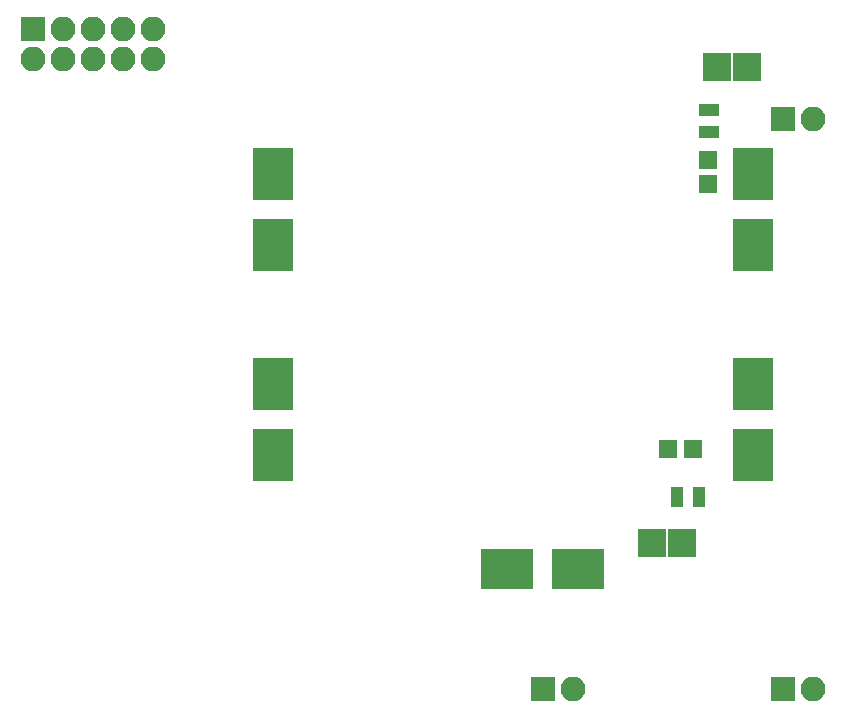
<source format=gbr>
G04 #@! TF.GenerationSoftware,KiCad,Pcbnew,(5.0.0-rc2-dev-26-g0d794b2)*
G04 #@! TF.CreationDate,2018-07-01T21:26:53-07:00*
G04 #@! TF.ProjectId,FlightControlUnitBoard,466C69676874436F6E74726F6C556E69,rev?*
G04 #@! TF.SameCoordinates,Original*
G04 #@! TF.FileFunction,Soldermask,Bot*
G04 #@! TF.FilePolarity,Negative*
%FSLAX46Y46*%
G04 Gerber Fmt 4.6, Leading zero omitted, Abs format (unit mm)*
G04 Created by KiCad (PCBNEW (5.0.0-rc2-dev-26-g0d794b2)) date Sunday, July 01, 2018 at 09:26:53 PM*
%MOMM*%
%LPD*%
G01*
G04 APERTURE LIST*
%ADD10R,2.432000X2.432000*%
%ADD11R,1.598880X1.598880*%
%ADD12R,1.700000X1.100000*%
%ADD13R,3.400000X4.400000*%
%ADD14R,4.400000X3.400000*%
%ADD15R,2.100000X2.100000*%
%ADD16O,2.100000X2.100000*%
%ADD17R,1.100000X1.700000*%
G04 APERTURE END LIST*
D10*
X194700000Y-109550000D03*
X197240000Y-109550000D03*
X200175000Y-69200000D03*
X202715000Y-69200000D03*
D11*
X199390000Y-77055980D03*
X199390000Y-79154020D03*
D12*
X199525000Y-72850000D03*
X199525000Y-74750000D03*
D13*
X203200000Y-84280000D03*
X203200000Y-78280000D03*
X203200000Y-102060000D03*
X203200000Y-96060000D03*
D14*
X182420000Y-111760000D03*
X188420000Y-111760000D03*
D13*
X162560000Y-102060000D03*
X162560000Y-96060000D03*
X162560000Y-84280000D03*
X162560000Y-78280000D03*
D15*
X142240000Y-66040000D03*
D16*
X142240000Y-68580000D03*
X144780000Y-66040000D03*
X144780000Y-68580000D03*
X147320000Y-66040000D03*
X147320000Y-68580000D03*
X149860000Y-66040000D03*
X149860000Y-68580000D03*
X152400000Y-66040000D03*
X152400000Y-68580000D03*
D15*
X185420000Y-121920000D03*
D16*
X187960000Y-121920000D03*
D15*
X205740000Y-121920000D03*
D16*
X208280000Y-121920000D03*
D15*
X205740000Y-73660000D03*
D16*
X208280000Y-73660000D03*
D11*
X196050980Y-101600000D03*
X198149020Y-101600000D03*
D17*
X196800000Y-105650000D03*
X198700000Y-105650000D03*
M02*

</source>
